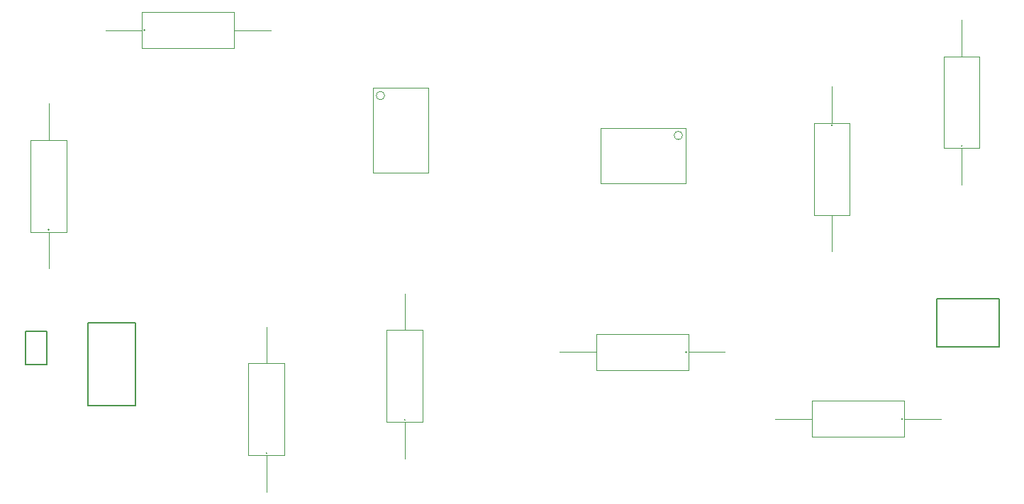
<source format=gbr>
%TF.GenerationSoftware,Altium Limited,Altium Designer,24.9.1 (31)*%
G04 Layer_Color=16711935*
%FSLAX45Y45*%
%MOMM*%
%TF.SameCoordinates,90D1A1F6-6801-43AA-A97B-90F854C06351*%
%TF.FilePolarity,Positive*%
%TF.FileFunction,Other,Top_3D_Body*%
%TF.Part,Single*%
G01*
G75*
%TA.AperFunction,NonConductor*%
%ADD26C,0.20000*%
%ADD35C,0.00000*%
%ADD36C,0.10000*%
%ADD37C,0.02540*%
D26*
X4070000Y5050000D02*
X4330000D01*
X4070000Y4650000D02*
Y5050000D01*
Y4650000D02*
X4330000D01*
Y5050000D01*
X4815000Y4155000D02*
X5390000D01*
Y5145000D01*
X4815000D02*
X5390000D01*
X4815000Y4155000D02*
Y5145000D01*
X14955000Y4860000D02*
Y5435000D01*
Y4860000D02*
X15695000D01*
Y5435000D01*
X14955000D02*
X15695000D01*
D35*
X8607620Y3988700D02*
G03*
X8607620Y3988700I-7620J0D01*
G01*
X6957620Y3588700D02*
G03*
X6957620Y3588700I-7620J0D01*
G01*
X5496320Y8650000D02*
G03*
X5496320Y8650000I-7620J0D01*
G01*
X15257620Y7262280D02*
G03*
X15257620Y7262280I-7620J0D01*
G01*
X14545340Y4000000D02*
G03*
X14545340Y4000000I-7620J0D01*
G01*
X4357620Y6262280D02*
G03*
X4357620Y6262280I-7620J0D01*
G01*
X11968920Y4800000D02*
G03*
X11968920Y4800000I-7620J0D01*
G01*
X13707620Y7511300D02*
G03*
X13707620Y7511300I-7620J0D01*
G01*
D36*
X11917500Y7390000D02*
G03*
X11917500Y7390000I-50000J0D01*
G01*
X8360000Y7867500D02*
G03*
X8360000Y7867500I-50000J0D01*
G01*
X10942500Y7480000D02*
X11957500D01*
X10942500Y6820000D02*
X11957500D01*
Y7480000D01*
X10942500Y6820000D02*
Y7480000D01*
X8220000Y6942500D02*
Y7957500D01*
X8880000Y6942500D02*
Y7957500D01*
X8220000D02*
X8880000D01*
X8220000Y6942500D02*
X8880000D01*
D37*
X8385370Y3963300D02*
X8814630D01*
X8385370D02*
Y5063120D01*
X8814630D01*
Y3963300D02*
Y5063120D01*
X8600000D02*
Y5500000D01*
Y3526420D02*
Y3963300D01*
X6735370Y3563300D02*
X7164630D01*
X6735370D02*
Y4663120D01*
X7164630D01*
Y3563300D02*
Y4663120D01*
X6950000D02*
Y5100000D01*
Y3126420D02*
Y3563300D01*
X5463300Y8435370D02*
Y8864630D01*
X6563120D01*
Y8435370D02*
Y8864630D01*
X5463300Y8435370D02*
X6563120D01*
Y8650000D02*
X7000000D01*
X5026420D02*
X5463300D01*
X15035370Y7236880D02*
X15464630D01*
X15035370D02*
Y8336700D01*
X15464630D01*
Y7236880D02*
Y8336700D01*
X15250000D02*
Y8773580D01*
Y6800000D02*
Y7236880D01*
X14563120Y3785370D02*
Y4214630D01*
X13463300Y3785370D02*
X14563120D01*
X13463300D02*
Y4214630D01*
X14563120D01*
X13026421Y4000000D02*
X13463300D01*
X14563120D02*
X15000000D01*
X4135370Y6236880D02*
X4564630D01*
X4135370D02*
Y7336700D01*
X4564630D01*
Y6236880D02*
Y7336700D01*
X4350000D02*
Y7773580D01*
Y5800000D02*
Y6236880D01*
X11986700Y4585370D02*
Y5014630D01*
X10886880Y4585370D02*
X11986700D01*
X10886880D02*
Y5014630D01*
X11986700D01*
X10450000Y4800000D02*
X10886880D01*
X11986700D02*
X12423580D01*
X13485370Y7536700D02*
X13914630D01*
Y6436880D02*
Y7536700D01*
X13485370Y6436880D02*
X13914630D01*
X13485370D02*
Y7536700D01*
X13700000Y6000000D02*
Y6436880D01*
Y7536700D02*
Y7973580D01*
%TF.MD5,6a4395330e07be8425c6ca77808b465f*%
M02*

</source>
